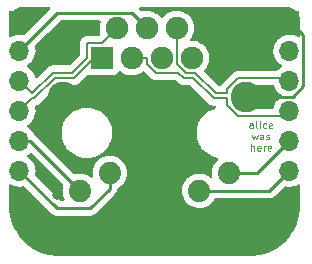
<source format=gbr>
%TF.GenerationSoftware,KiCad,Pcbnew,6.0.0*%
%TF.CreationDate,2022-01-15T20:08:09+00:00*%
%TF.ProjectId,amphenol-magjack,616d7068-656e-46f6-9c2d-6d61676a6163,rev?*%
%TF.SameCoordinates,Original*%
%TF.FileFunction,Copper,L1,Top*%
%TF.FilePolarity,Positive*%
%FSLAX46Y46*%
G04 Gerber Fmt 4.6, Leading zero omitted, Abs format (unit mm)*
G04 Created by KiCad (PCBNEW 6.0.0) date 2022-01-15 20:08:09*
%MOMM*%
%LPD*%
G01*
G04 APERTURE LIST*
%ADD10C,0.100000*%
%TA.AperFunction,NonConductor*%
%ADD11C,0.100000*%
%TD*%
%TA.AperFunction,ComponentPad*%
%ADD12R,1.700000X1.700000*%
%TD*%
%TA.AperFunction,ComponentPad*%
%ADD13O,1.700000X1.700000*%
%TD*%
%TA.AperFunction,ComponentPad*%
%ADD14C,2.600000*%
%TD*%
%TA.AperFunction,ComponentPad*%
%ADD15C,1.890000*%
%TD*%
%TA.AperFunction,ComponentPad*%
%ADD16R,1.900000X1.900000*%
%TD*%
%TA.AperFunction,ComponentPad*%
%ADD17C,1.900000*%
%TD*%
%TA.AperFunction,ViaPad*%
%ADD18C,0.800000*%
%TD*%
%TA.AperFunction,Conductor*%
%ADD19C,0.250000*%
%TD*%
%TA.AperFunction,Conductor*%
%ADD20C,0.200000*%
%TD*%
G04 APERTURE END LIST*
D10*
D11*
X184861285Y-90364428D02*
X184861285Y-90050142D01*
X184832714Y-89993000D01*
X184775571Y-89964428D01*
X184661285Y-89964428D01*
X184604142Y-89993000D01*
X184861285Y-90335857D02*
X184804142Y-90364428D01*
X184661285Y-90364428D01*
X184604142Y-90335857D01*
X184575571Y-90278714D01*
X184575571Y-90221571D01*
X184604142Y-90164428D01*
X184661285Y-90135857D01*
X184804142Y-90135857D01*
X184861285Y-90107285D01*
X185232714Y-90364428D02*
X185175571Y-90335857D01*
X185147000Y-90278714D01*
X185147000Y-89764428D01*
X185461285Y-90364428D02*
X185461285Y-89964428D01*
X185461285Y-89764428D02*
X185432714Y-89793000D01*
X185461285Y-89821571D01*
X185489857Y-89793000D01*
X185461285Y-89764428D01*
X185461285Y-89821571D01*
X186004142Y-90335857D02*
X185947000Y-90364428D01*
X185832714Y-90364428D01*
X185775571Y-90335857D01*
X185747000Y-90307285D01*
X185718428Y-90250142D01*
X185718428Y-90078714D01*
X185747000Y-90021571D01*
X185775571Y-89993000D01*
X185832714Y-89964428D01*
X185947000Y-89964428D01*
X186004142Y-89993000D01*
X186489857Y-90335857D02*
X186432714Y-90364428D01*
X186318428Y-90364428D01*
X186261285Y-90335857D01*
X186232714Y-90278714D01*
X186232714Y-90050142D01*
X186261285Y-89993000D01*
X186318428Y-89964428D01*
X186432714Y-89964428D01*
X186489857Y-89993000D01*
X186518428Y-90050142D01*
X186518428Y-90107285D01*
X186232714Y-90164428D01*
X184804142Y-90930428D02*
X184918428Y-91330428D01*
X185032714Y-91044714D01*
X185147000Y-91330428D01*
X185261285Y-90930428D01*
X185747000Y-91330428D02*
X185747000Y-91016142D01*
X185718428Y-90959000D01*
X185661285Y-90930428D01*
X185547000Y-90930428D01*
X185489857Y-90959000D01*
X185747000Y-91301857D02*
X185689857Y-91330428D01*
X185547000Y-91330428D01*
X185489857Y-91301857D01*
X185461285Y-91244714D01*
X185461285Y-91187571D01*
X185489857Y-91130428D01*
X185547000Y-91101857D01*
X185689857Y-91101857D01*
X185747000Y-91073285D01*
X186004142Y-91301857D02*
X186061285Y-91330428D01*
X186175571Y-91330428D01*
X186232714Y-91301857D01*
X186261285Y-91244714D01*
X186261285Y-91216142D01*
X186232714Y-91159000D01*
X186175571Y-91130428D01*
X186089857Y-91130428D01*
X186032714Y-91101857D01*
X186004142Y-91044714D01*
X186004142Y-91016142D01*
X186032714Y-90959000D01*
X186089857Y-90930428D01*
X186175571Y-90930428D01*
X186232714Y-90959000D01*
X184718428Y-92296428D02*
X184718428Y-91696428D01*
X184975571Y-92296428D02*
X184975571Y-91982142D01*
X184947000Y-91925000D01*
X184889857Y-91896428D01*
X184804142Y-91896428D01*
X184747000Y-91925000D01*
X184718428Y-91953571D01*
X185489857Y-92267857D02*
X185432714Y-92296428D01*
X185318428Y-92296428D01*
X185261285Y-92267857D01*
X185232714Y-92210714D01*
X185232714Y-91982142D01*
X185261285Y-91925000D01*
X185318428Y-91896428D01*
X185432714Y-91896428D01*
X185489857Y-91925000D01*
X185518428Y-91982142D01*
X185518428Y-92039285D01*
X185232714Y-92096428D01*
X185775571Y-92296428D02*
X185775571Y-91896428D01*
X185775571Y-92010714D02*
X185804142Y-91953571D01*
X185832714Y-91925000D01*
X185889857Y-91896428D01*
X185947000Y-91896428D01*
X186375571Y-92267857D02*
X186318428Y-92296428D01*
X186204142Y-92296428D01*
X186147000Y-92267857D01*
X186118428Y-92210714D01*
X186118428Y-91982142D01*
X186147000Y-91925000D01*
X186204142Y-91896428D01*
X186318428Y-91896428D01*
X186375571Y-91925000D01*
X186404142Y-91982142D01*
X186404142Y-92039285D01*
X186118428Y-92096428D01*
D12*
%TO.P,J1,1,Pin_1*%
%TO.N,GND*%
X165100000Y-81280000D03*
D13*
%TO.P,J1,2,Pin_2*%
%TO.N,/tct*%
X165100000Y-83820000D03*
%TO.P,J1,3,Pin_3*%
%TO.N,/td-*%
X165100000Y-86360000D03*
%TO.P,J1,4,Pin_4*%
%TO.N,/td+*%
X165100000Y-88900000D03*
%TO.P,J1,5,Pin_5*%
%TO.N,/ledg_a*%
X165100000Y-91440000D03*
%TO.P,J1,6,Pin_6*%
%TO.N,/ledg_k*%
X165100000Y-93980000D03*
%TD*%
D12*
%TO.P,J2,1,Pin_1*%
%TO.N,GND*%
X187960000Y-81280000D03*
D13*
%TO.P,J2,2,Pin_2*%
%TO.N,/rct*%
X187960000Y-83820000D03*
%TO.P,J2,3,Pin_3*%
%TO.N,/rd-*%
X187960000Y-86360000D03*
%TO.P,J2,4,Pin_4*%
%TO.N,/rd+*%
X187960000Y-88900000D03*
%TO.P,J2,5,Pin_5*%
%TO.N,/ledy_a*%
X187960000Y-91440000D03*
%TO.P,J2,6,Pin_6*%
%TO.N,/ledy_k*%
X187960000Y-93980000D03*
%TD*%
D14*
%TO.P,J3,13,SHIELD*%
%TO.N,GND*%
X184305000Y-87725000D03*
X168755000Y-87725000D03*
D15*
%TO.P,J3,L1,LEDY_A*%
%TO.N,/ledy_a*%
X182855000Y-94155000D03*
%TO.P,J3,L2,LEDY_K*%
%TO.N,/ledy_k*%
X180315000Y-95675000D03*
%TO.P,J3,L3,LEDG_K*%
%TO.N,/ledg_k*%
X172745000Y-94155000D03*
%TO.P,J3,L4,LEDG_A*%
%TO.N,/ledg_a*%
X170205000Y-95675000D03*
D16*
%TO.P,J3,R1,TD+*%
%TO.N,/td+*%
X172085000Y-84435000D03*
D17*
%TO.P,J3,R2,TD-*%
%TO.N,/td-*%
X173355000Y-81895000D03*
%TO.P,J3,R3,RD+*%
%TO.N,/rd+*%
X174625000Y-84435000D03*
%TO.P,J3,R4,TCT*%
%TO.N,/tct*%
X175895000Y-81895000D03*
%TO.P,J3,R5,RCT*%
%TO.N,/rct*%
X177165000Y-84435000D03*
%TO.P,J3,R6,RD-*%
%TO.N,/rd-*%
X178435000Y-81895000D03*
%TO.P,J3,R7,NC*%
%TO.N,unconnected-(J3-PadR7)*%
X179705000Y-84435000D03*
%TO.P,J3,R8,GND*%
%TO.N,GND*%
X180975000Y-81895000D03*
%TD*%
D18*
%TO.N,GND*%
X168275000Y-96012000D03*
X170180000Y-82296000D03*
%TD*%
D19*
%TO.N,GND*%
X187345000Y-81895000D02*
X187960000Y-81280000D01*
X184305000Y-87725000D02*
X188256010Y-87725000D01*
X188256010Y-87725000D02*
X189134511Y-86846499D01*
X189134511Y-82454511D02*
X187960000Y-81280000D01*
X180975000Y-81895000D02*
X187345000Y-81895000D01*
X189134511Y-86846499D02*
X189134511Y-82454511D01*
%TO.N,/tct*%
X165100000Y-83820000D02*
X168299511Y-80620489D01*
X168299511Y-80620489D02*
X174620489Y-80620489D01*
X174620489Y-80620489D02*
X175895000Y-81895000D01*
D20*
%TO.N,/td-*%
X169574502Y-85675498D02*
X170835489Y-84414511D01*
X166176567Y-87404999D02*
X167906068Y-85675498D01*
X165100000Y-86360000D02*
X166144999Y-87404999D01*
X170835489Y-83185489D02*
X172064511Y-83185489D01*
X167906068Y-85675498D02*
X169574502Y-85675498D01*
X172064511Y-83185489D02*
X173355000Y-81895000D01*
X166144999Y-87404999D02*
X166176567Y-87404999D01*
X170835489Y-84414511D02*
X170835489Y-83185489D01*
%TO.N,/td+*%
X171451397Y-84435000D02*
X172085000Y-84435000D01*
X166144999Y-87855001D02*
X166362948Y-87855001D01*
X169760908Y-86125489D02*
X171451397Y-84435000D01*
X165100000Y-88900000D02*
X166144999Y-87855001D01*
X168092460Y-86125489D02*
X169760908Y-86125489D01*
X166362948Y-87855001D02*
X168092460Y-86125489D01*
D19*
%TO.N,/ledy_a*%
X185245000Y-94155000D02*
X187960000Y-91440000D01*
X182855000Y-94155000D02*
X185245000Y-94155000D01*
%TO.N,/ledy_k*%
X180315000Y-95675000D02*
X186265000Y-95675000D01*
X186265000Y-95675000D02*
X187960000Y-93980000D01*
D20*
%TO.N,/rd-*%
X178455489Y-84952565D02*
X178455489Y-84137290D01*
X178435000Y-84116801D02*
X178435000Y-81895000D01*
X182705489Y-87062460D02*
X182705489Y-87405000D01*
X187725489Y-86125489D02*
X183642460Y-86125489D01*
X183642460Y-86125489D02*
X182705489Y-87062460D01*
X182705489Y-87405000D02*
X181723199Y-87405000D01*
X180002710Y-85684511D02*
X179187435Y-85684511D01*
X187960000Y-86360000D02*
X187725489Y-86125489D01*
X179187435Y-85684511D02*
X178455489Y-84952565D01*
X178455489Y-84137290D02*
X178435000Y-84116801D01*
X181723199Y-87405000D02*
X180002710Y-85684511D01*
%TO.N,/rd+*%
X182705489Y-87855000D02*
X181536801Y-87855000D01*
X187960000Y-88900000D02*
X187535489Y-89324511D01*
X179001042Y-86134502D02*
X178551051Y-85684511D01*
X179816303Y-86134502D02*
X179001042Y-86134502D01*
X176647435Y-85684511D02*
X175915489Y-84952565D01*
X183642460Y-89324511D02*
X182705489Y-88387540D01*
X182705489Y-88387540D02*
X182705489Y-87855000D01*
X181536801Y-87855000D02*
X179816303Y-86134502D01*
X187535489Y-89324511D02*
X183642460Y-89324511D01*
X178551051Y-85684511D02*
X176647435Y-85684511D01*
X175915489Y-84952565D02*
X175915489Y-84435000D01*
X175915489Y-84435000D02*
X174625000Y-84435000D01*
D19*
%TO.N,/ledg_a*%
X170205000Y-95675000D02*
X165970000Y-91440000D01*
X165970000Y-91440000D02*
X165100000Y-91440000D01*
%TO.N,/ledg_k*%
X171081431Y-97155000D02*
X168275000Y-97155000D01*
X172745000Y-95491431D02*
X171081431Y-97155000D01*
X172745000Y-94155000D02*
X172745000Y-95491431D01*
X168275000Y-97155000D02*
X165100000Y-93980000D01*
%TD*%
%TA.AperFunction,Conductor*%
%TO.N,GND*%
G36*
X173672577Y-85543011D02*
G01*
X173692492Y-85556553D01*
X173735932Y-85592617D01*
X173785571Y-85633828D01*
X173992643Y-85754831D01*
X174216697Y-85840389D01*
X174221763Y-85841420D01*
X174221764Y-85841420D01*
X174224104Y-85841896D01*
X174451716Y-85888204D01*
X174586089Y-85893131D01*
X174686225Y-85896803D01*
X174686229Y-85896803D01*
X174691389Y-85896992D01*
X174696509Y-85896336D01*
X174696511Y-85896336D01*
X174924151Y-85867175D01*
X174924152Y-85867175D01*
X174929279Y-85866518D01*
X174934229Y-85865033D01*
X175154042Y-85799086D01*
X175154047Y-85799084D01*
X175158997Y-85797599D01*
X175374374Y-85692087D01*
X175378579Y-85689087D01*
X175378585Y-85689084D01*
X175532729Y-85579134D01*
X175599802Y-85555860D01*
X175668811Y-85572544D01*
X175694992Y-85592617D01*
X176183116Y-86080740D01*
X176193984Y-86093132D01*
X176213448Y-86118498D01*
X176219994Y-86123521D01*
X176219997Y-86123524D01*
X176245362Y-86142987D01*
X176245364Y-86142988D01*
X176340559Y-86216035D01*
X176348185Y-86219194D01*
X176348187Y-86219195D01*
X176414571Y-86246692D01*
X176488584Y-86277349D01*
X176496771Y-86278427D01*
X176496772Y-86278427D01*
X176507977Y-86279902D01*
X176539173Y-86284009D01*
X176607550Y-86293011D01*
X176607553Y-86293011D01*
X176607561Y-86293012D01*
X176639246Y-86297183D01*
X176647435Y-86298261D01*
X176679128Y-86294089D01*
X176695571Y-86293011D01*
X178246812Y-86293011D01*
X178314933Y-86313013D01*
X178335907Y-86329916D01*
X178536727Y-86530736D01*
X178547594Y-86543127D01*
X178567055Y-86568489D01*
X178598967Y-86592976D01*
X178598970Y-86592979D01*
X178645227Y-86628473D01*
X178694167Y-86666026D01*
X178842192Y-86727340D01*
X178961157Y-86743002D01*
X178961162Y-86743002D01*
X178961171Y-86743003D01*
X178992854Y-86747174D01*
X179001042Y-86748252D01*
X179032735Y-86744080D01*
X179049178Y-86743002D01*
X179512064Y-86743002D01*
X179580185Y-86763004D01*
X179601159Y-86779907D01*
X181072486Y-88251234D01*
X181083353Y-88263625D01*
X181102814Y-88288987D01*
X181109364Y-88294013D01*
X181134722Y-88313471D01*
X181134738Y-88313485D01*
X181184106Y-88351366D01*
X181229925Y-88386524D01*
X181377950Y-88447838D01*
X181386138Y-88448916D01*
X181457375Y-88458294D01*
X181536801Y-88468751D01*
X181568500Y-88464578D01*
X181584945Y-88463500D01*
X181656001Y-88463500D01*
X181724122Y-88483502D01*
X181770615Y-88537158D01*
X181780719Y-88607432D01*
X181751225Y-88672012D01*
X181691499Y-88710396D01*
X181681551Y-88712882D01*
X181674119Y-88714421D01*
X181674116Y-88714422D01*
X181669919Y-88715291D01*
X181395705Y-88812395D01*
X181137207Y-88945816D01*
X181133706Y-88948277D01*
X181133702Y-88948279D01*
X181018208Y-89029450D01*
X180899208Y-89113085D01*
X180686112Y-89311106D01*
X180683398Y-89314422D01*
X180683395Y-89314425D01*
X180608071Y-89406453D01*
X180501861Y-89536216D01*
X180349867Y-89784248D01*
X180348148Y-89788165D01*
X180348146Y-89788168D01*
X180339397Y-89808100D01*
X180232941Y-90050614D01*
X180231765Y-90054742D01*
X180231764Y-90054745D01*
X180220150Y-90095516D01*
X180153246Y-90330384D01*
X180152642Y-90334626D01*
X180152641Y-90334632D01*
X180114240Y-90604457D01*
X180112258Y-90618381D01*
X180110735Y-90909277D01*
X180148705Y-91197687D01*
X180225465Y-91478276D01*
X180339596Y-91745852D01*
X180488985Y-91995462D01*
X180491669Y-91998813D01*
X180491671Y-91998815D01*
X180506322Y-92017102D01*
X180670867Y-92222489D01*
X180881878Y-92422731D01*
X181118113Y-92592483D01*
X181375200Y-92728603D01*
X181379223Y-92730075D01*
X181379227Y-92730077D01*
X181643228Y-92826688D01*
X181648382Y-92828574D01*
X181812675Y-92864395D01*
X181874970Y-92898450D01*
X181908965Y-92960778D01*
X181903867Y-93031591D01*
X181876926Y-93074553D01*
X181721547Y-93237148D01*
X181718633Y-93241420D01*
X181718632Y-93241421D01*
X181589777Y-93430315D01*
X181589774Y-93430320D01*
X181586858Y-93434595D01*
X181486226Y-93651389D01*
X181422353Y-93881708D01*
X181421804Y-93886845D01*
X181404732Y-94046590D01*
X181396954Y-94119366D01*
X181397251Y-94124518D01*
X181397251Y-94124522D01*
X181405814Y-94273022D01*
X181410713Y-94357981D01*
X181411851Y-94363029D01*
X181411851Y-94363032D01*
X181422999Y-94412497D01*
X181418463Y-94483348D01*
X181376342Y-94540500D01*
X181310008Y-94565806D01*
X181240524Y-94551233D01*
X181221990Y-94539080D01*
X181126164Y-94463401D01*
X181122111Y-94460200D01*
X181117595Y-94457707D01*
X181117592Y-94457705D01*
X180917389Y-94347187D01*
X180917385Y-94347185D01*
X180912865Y-94344690D01*
X180907996Y-94342966D01*
X180907992Y-94342964D01*
X180692438Y-94266632D01*
X180692434Y-94266631D01*
X180687563Y-94264906D01*
X180682473Y-94263999D01*
X180682468Y-94263998D01*
X180457344Y-94223898D01*
X180457338Y-94223897D01*
X180452255Y-94222992D01*
X180360937Y-94221876D01*
X180218431Y-94220135D01*
X180218429Y-94220135D01*
X180213262Y-94220072D01*
X179977000Y-94256225D01*
X179749816Y-94330480D01*
X179745228Y-94332868D01*
X179745224Y-94332870D01*
X179592262Y-94412497D01*
X179537810Y-94440843D01*
X179533677Y-94443946D01*
X179533674Y-94443948D01*
X179355646Y-94577616D01*
X179346676Y-94584351D01*
X179323756Y-94608335D01*
X179185176Y-94753351D01*
X179181547Y-94757148D01*
X179178633Y-94761420D01*
X179178632Y-94761421D01*
X179049777Y-94950315D01*
X179049774Y-94950320D01*
X179046858Y-94954595D01*
X179018175Y-95016387D01*
X178954682Y-95153173D01*
X178946226Y-95171389D01*
X178882353Y-95401708D01*
X178881804Y-95406845D01*
X178865059Y-95563532D01*
X178856954Y-95639366D01*
X178857251Y-95644518D01*
X178857251Y-95644522D01*
X178860846Y-95706869D01*
X178870713Y-95877981D01*
X178871850Y-95883027D01*
X178871851Y-95883033D01*
X178877495Y-95908075D01*
X178923259Y-96111145D01*
X178925201Y-96115927D01*
X178925202Y-96115931D01*
X179004291Y-96310702D01*
X179013181Y-96332596D01*
X179138064Y-96536387D01*
X179294554Y-96717045D01*
X179478450Y-96869718D01*
X179482902Y-96872320D01*
X179482907Y-96872323D01*
X179680353Y-96987701D01*
X179684811Y-96990306D01*
X179908097Y-97075570D01*
X179913163Y-97076601D01*
X179913164Y-97076601D01*
X179969336Y-97088029D01*
X180142310Y-97123221D01*
X180276487Y-97128141D01*
X180375997Y-97131791D01*
X180376002Y-97131791D01*
X180381161Y-97131980D01*
X180386281Y-97131324D01*
X180386283Y-97131324D01*
X180613107Y-97102267D01*
X180613108Y-97102267D01*
X180618235Y-97101610D01*
X180705031Y-97075570D01*
X180842213Y-97034413D01*
X180847166Y-97032927D01*
X181061805Y-96927777D01*
X181120570Y-96885860D01*
X181252176Y-96791987D01*
X181252181Y-96791983D01*
X181256388Y-96788982D01*
X181425689Y-96620271D01*
X181565162Y-96426173D01*
X181588638Y-96378673D01*
X181636752Y-96326466D01*
X181701595Y-96308500D01*
X186186233Y-96308500D01*
X186197416Y-96309027D01*
X186204909Y-96310702D01*
X186212835Y-96310453D01*
X186212836Y-96310453D01*
X186272986Y-96308562D01*
X186276945Y-96308500D01*
X186304856Y-96308500D01*
X186308791Y-96308003D01*
X186308856Y-96307995D01*
X186320693Y-96307062D01*
X186352951Y-96306048D01*
X186356970Y-96305922D01*
X186364889Y-96305673D01*
X186384343Y-96300021D01*
X186403700Y-96296013D01*
X186415930Y-96294468D01*
X186415931Y-96294468D01*
X186423797Y-96293474D01*
X186431168Y-96290555D01*
X186431170Y-96290555D01*
X186464912Y-96277196D01*
X186476142Y-96273351D01*
X186510983Y-96263229D01*
X186510984Y-96263229D01*
X186518593Y-96261018D01*
X186525412Y-96256985D01*
X186525417Y-96256983D01*
X186536028Y-96250707D01*
X186553776Y-96242012D01*
X186572617Y-96234552D01*
X186608387Y-96208564D01*
X186618307Y-96202048D01*
X186649535Y-96183580D01*
X186649538Y-96183578D01*
X186656362Y-96179542D01*
X186670683Y-96165221D01*
X186685717Y-96152380D01*
X186695694Y-96145131D01*
X186702107Y-96140472D01*
X186730298Y-96106395D01*
X186738288Y-96097616D01*
X187504549Y-95331355D01*
X187566861Y-95297329D01*
X187618762Y-95296979D01*
X187798597Y-95333567D01*
X187803772Y-95333757D01*
X187803774Y-95333757D01*
X188016673Y-95341564D01*
X188016677Y-95341564D01*
X188021837Y-95341753D01*
X188026957Y-95341097D01*
X188026959Y-95341097D01*
X188238288Y-95314025D01*
X188238289Y-95314025D01*
X188243416Y-95313368D01*
X188289827Y-95299444D01*
X188452429Y-95250661D01*
X188452434Y-95250659D01*
X188457384Y-95249174D01*
X188657994Y-95150896D01*
X188664590Y-95146191D01*
X188665713Y-95145801D01*
X188666648Y-95145244D01*
X188666763Y-95145437D01*
X188731664Y-95122918D01*
X188800672Y-95139603D01*
X188849705Y-95190948D01*
X188863757Y-95248638D01*
X188864209Y-95676851D01*
X188865388Y-96791987D01*
X188865451Y-96851875D01*
X188863952Y-96871385D01*
X188860317Y-96894730D01*
X188861957Y-96907270D01*
X188862919Y-96914626D01*
X188863849Y-96936784D01*
X188847352Y-97293597D01*
X188846278Y-97305186D01*
X188792785Y-97688666D01*
X188790646Y-97700106D01*
X188769038Y-97791980D01*
X188702000Y-98077007D01*
X188698815Y-98088201D01*
X188575769Y-98455317D01*
X188571565Y-98466169D01*
X188415169Y-98820373D01*
X188409981Y-98830791D01*
X188221578Y-99169039D01*
X188215452Y-99178934D01*
X187996633Y-99498370D01*
X187989619Y-99507658D01*
X187742259Y-99805543D01*
X187734418Y-99814143D01*
X187460646Y-100087915D01*
X187452046Y-100095756D01*
X187154161Y-100343116D01*
X187144873Y-100350130D01*
X186825437Y-100568949D01*
X186815542Y-100575075D01*
X186477294Y-100763478D01*
X186466876Y-100768666D01*
X186112672Y-100925062D01*
X186101820Y-100929266D01*
X185918262Y-100990789D01*
X185734695Y-101052315D01*
X185723519Y-101055495D01*
X185475305Y-101113874D01*
X185346609Y-101144143D01*
X185335169Y-101146282D01*
X184951689Y-101199775D01*
X184940100Y-101200849D01*
X184590687Y-101217003D01*
X184565488Y-101215638D01*
X184562645Y-101215195D01*
X184562643Y-101215195D01*
X184553773Y-101213814D01*
X184544871Y-101214978D01*
X184544868Y-101214978D01*
X184522252Y-101217936D01*
X184505914Y-101219000D01*
X168578328Y-101219000D01*
X168558943Y-101217500D01*
X168544142Y-101215195D01*
X168544139Y-101215195D01*
X168535270Y-101213814D01*
X168516105Y-101216320D01*
X168515374Y-101216416D01*
X168493216Y-101217346D01*
X168136403Y-101200849D01*
X168124814Y-101199775D01*
X167741334Y-101146282D01*
X167729894Y-101144143D01*
X167601198Y-101113874D01*
X167352984Y-101055495D01*
X167341808Y-101052315D01*
X167158241Y-100990789D01*
X166974683Y-100929266D01*
X166963831Y-100925062D01*
X166609627Y-100768666D01*
X166599209Y-100763478D01*
X166260961Y-100575075D01*
X166251066Y-100568949D01*
X165931630Y-100350130D01*
X165922342Y-100343116D01*
X165624457Y-100095756D01*
X165615857Y-100087915D01*
X165342085Y-99814143D01*
X165334244Y-99805543D01*
X165086884Y-99507658D01*
X165079870Y-99498370D01*
X164861051Y-99178934D01*
X164854925Y-99169039D01*
X164666522Y-98830791D01*
X164661334Y-98820373D01*
X164504938Y-98466169D01*
X164500734Y-98455317D01*
X164377688Y-98088201D01*
X164374503Y-98077007D01*
X164307466Y-97791980D01*
X164285857Y-97700106D01*
X164283718Y-97688666D01*
X164230225Y-97305186D01*
X164229151Y-97293597D01*
X164212997Y-96944184D01*
X164214362Y-96918985D01*
X164214805Y-96916142D01*
X164214805Y-96916140D01*
X164216186Y-96907270D01*
X164214547Y-96894730D01*
X164212064Y-96875749D01*
X164211000Y-96859411D01*
X164211000Y-95253596D01*
X164231002Y-95185475D01*
X164284658Y-95138982D01*
X164354932Y-95128878D01*
X164400569Y-95144808D01*
X164511000Y-95209338D01*
X164719692Y-95289030D01*
X164724760Y-95290061D01*
X164724763Y-95290062D01*
X164832012Y-95311882D01*
X164938597Y-95333567D01*
X164943772Y-95333757D01*
X164943774Y-95333757D01*
X165156673Y-95341564D01*
X165156677Y-95341564D01*
X165161837Y-95341753D01*
X165166957Y-95341097D01*
X165166959Y-95341097D01*
X165378288Y-95314025D01*
X165378289Y-95314025D01*
X165383416Y-95313368D01*
X165388367Y-95311883D01*
X165388370Y-95311882D01*
X165429829Y-95299444D01*
X165500825Y-95299028D01*
X165555131Y-95331035D01*
X166698301Y-96474206D01*
X167771348Y-97547253D01*
X167778888Y-97555539D01*
X167783000Y-97562018D01*
X167788777Y-97567443D01*
X167832651Y-97608643D01*
X167835493Y-97611398D01*
X167855230Y-97631135D01*
X167858427Y-97633615D01*
X167867447Y-97641318D01*
X167899679Y-97671586D01*
X167906625Y-97675405D01*
X167906628Y-97675407D01*
X167917434Y-97681348D01*
X167933953Y-97692199D01*
X167949959Y-97704614D01*
X167957228Y-97707759D01*
X167957232Y-97707762D01*
X167990537Y-97722174D01*
X168001187Y-97727391D01*
X168039940Y-97748695D01*
X168047615Y-97750666D01*
X168047616Y-97750666D01*
X168059562Y-97753733D01*
X168078267Y-97760137D01*
X168096855Y-97768181D01*
X168104678Y-97769420D01*
X168104688Y-97769423D01*
X168140524Y-97775099D01*
X168152144Y-97777505D01*
X168183959Y-97785673D01*
X168194970Y-97788500D01*
X168215224Y-97788500D01*
X168234934Y-97790051D01*
X168254943Y-97793220D01*
X168262835Y-97792474D01*
X168281580Y-97790702D01*
X168298962Y-97789059D01*
X168310819Y-97788500D01*
X171002664Y-97788500D01*
X171013847Y-97789027D01*
X171021340Y-97790702D01*
X171029266Y-97790453D01*
X171029267Y-97790453D01*
X171089417Y-97788562D01*
X171093376Y-97788500D01*
X171121287Y-97788500D01*
X171125222Y-97788003D01*
X171125287Y-97787995D01*
X171137124Y-97787062D01*
X171169382Y-97786048D01*
X171173401Y-97785922D01*
X171181320Y-97785673D01*
X171200774Y-97780021D01*
X171220131Y-97776013D01*
X171232361Y-97774468D01*
X171232362Y-97774468D01*
X171240228Y-97773474D01*
X171247599Y-97770555D01*
X171247601Y-97770555D01*
X171281343Y-97757196D01*
X171292573Y-97753351D01*
X171327414Y-97743229D01*
X171327415Y-97743229D01*
X171335024Y-97741018D01*
X171341843Y-97736985D01*
X171341848Y-97736983D01*
X171352459Y-97730707D01*
X171370207Y-97722012D01*
X171389048Y-97714552D01*
X171424818Y-97688564D01*
X171434738Y-97682048D01*
X171465966Y-97663580D01*
X171465969Y-97663578D01*
X171472793Y-97659542D01*
X171487114Y-97645221D01*
X171502148Y-97632380D01*
X171512125Y-97625131D01*
X171518538Y-97620472D01*
X171546729Y-97586395D01*
X171554719Y-97577616D01*
X173137253Y-95995083D01*
X173145539Y-95987543D01*
X173152018Y-95983431D01*
X173198644Y-95933779D01*
X173201398Y-95930938D01*
X173221135Y-95911201D01*
X173223615Y-95908004D01*
X173231320Y-95898982D01*
X173256159Y-95872531D01*
X173261586Y-95866752D01*
X173265405Y-95859806D01*
X173265407Y-95859803D01*
X173271348Y-95848997D01*
X173282199Y-95832478D01*
X173289758Y-95822732D01*
X173294614Y-95816472D01*
X173297759Y-95809203D01*
X173297762Y-95809199D01*
X173312174Y-95775894D01*
X173317391Y-95765244D01*
X173338695Y-95726491D01*
X173343733Y-95706868D01*
X173350137Y-95688165D01*
X173355033Y-95676851D01*
X173355033Y-95676850D01*
X173358181Y-95669576D01*
X173359420Y-95661753D01*
X173359423Y-95661743D01*
X173365099Y-95625907D01*
X173367505Y-95614287D01*
X173376528Y-95579142D01*
X173376528Y-95579141D01*
X173378500Y-95571461D01*
X173378500Y-95551207D01*
X173380051Y-95531496D01*
X173381655Y-95521369D01*
X173412068Y-95457216D01*
X173450671Y-95427929D01*
X173487162Y-95410052D01*
X173487166Y-95410050D01*
X173491805Y-95407777D01*
X173562073Y-95357655D01*
X173682176Y-95271987D01*
X173682181Y-95271983D01*
X173686388Y-95268982D01*
X173855689Y-95100271D01*
X173912527Y-95021173D01*
X173992144Y-94910373D01*
X173995162Y-94906173D01*
X174018134Y-94859694D01*
X174068815Y-94757148D01*
X174101061Y-94691903D01*
X174131674Y-94591145D01*
X174169039Y-94468165D01*
X174169040Y-94468159D01*
X174170543Y-94463213D01*
X174196423Y-94266632D01*
X174201303Y-94229567D01*
X174201303Y-94229563D01*
X174201740Y-94226246D01*
X174202998Y-94174767D01*
X174203399Y-94158365D01*
X174203399Y-94158361D01*
X174203481Y-94155000D01*
X174183897Y-93916792D01*
X174145147Y-93762522D01*
X174126928Y-93689989D01*
X174126927Y-93689985D01*
X174125670Y-93684982D01*
X174030364Y-93465794D01*
X174010181Y-93434595D01*
X173903349Y-93269459D01*
X173900539Y-93265115D01*
X173739682Y-93088335D01*
X173735631Y-93085136D01*
X173735627Y-93085132D01*
X173556165Y-92943401D01*
X173556160Y-92943397D01*
X173552111Y-92940200D01*
X173547595Y-92937707D01*
X173547592Y-92937705D01*
X173347389Y-92827187D01*
X173347385Y-92827185D01*
X173342865Y-92824690D01*
X173337996Y-92822966D01*
X173337992Y-92822964D01*
X173122438Y-92746632D01*
X173122434Y-92746631D01*
X173117563Y-92744906D01*
X173112473Y-92743999D01*
X173112468Y-92743998D01*
X172887344Y-92703898D01*
X172887338Y-92703897D01*
X172882255Y-92702992D01*
X172790937Y-92701876D01*
X172648431Y-92700135D01*
X172648429Y-92700135D01*
X172643262Y-92700072D01*
X172407000Y-92736225D01*
X172179816Y-92810480D01*
X172175228Y-92812868D01*
X172175224Y-92812870D01*
X171972399Y-92918454D01*
X171967810Y-92920843D01*
X171963677Y-92923946D01*
X171963674Y-92923948D01*
X171846126Y-93012206D01*
X171776676Y-93064351D01*
X171611547Y-93237148D01*
X171608633Y-93241420D01*
X171608632Y-93241421D01*
X171479777Y-93430315D01*
X171479774Y-93430320D01*
X171476858Y-93434595D01*
X171376226Y-93651389D01*
X171312353Y-93881708D01*
X171311804Y-93886845D01*
X171294732Y-94046590D01*
X171286954Y-94119366D01*
X171287251Y-94124518D01*
X171287251Y-94124522D01*
X171295814Y-94273022D01*
X171300713Y-94357981D01*
X171301851Y-94363029D01*
X171301851Y-94363032D01*
X171312999Y-94412497D01*
X171308463Y-94483348D01*
X171266342Y-94540500D01*
X171200008Y-94565806D01*
X171130524Y-94551233D01*
X171111990Y-94539080D01*
X171016164Y-94463401D01*
X171012111Y-94460200D01*
X171007595Y-94457707D01*
X171007592Y-94457705D01*
X170807389Y-94347187D01*
X170807385Y-94347185D01*
X170802865Y-94344690D01*
X170797996Y-94342966D01*
X170797992Y-94342964D01*
X170582438Y-94266632D01*
X170582434Y-94266631D01*
X170577563Y-94264906D01*
X170572473Y-94263999D01*
X170572468Y-94263998D01*
X170347344Y-94223898D01*
X170347338Y-94223897D01*
X170342255Y-94222992D01*
X170250937Y-94221876D01*
X170108431Y-94220135D01*
X170108429Y-94220135D01*
X170103262Y-94220072D01*
X169867000Y-94256225D01*
X169810071Y-94274832D01*
X169801205Y-94277730D01*
X169730241Y-94279881D01*
X169672965Y-94247060D01*
X166473652Y-91047747D01*
X166466112Y-91039461D01*
X166462000Y-91032982D01*
X166412348Y-90986356D01*
X166409507Y-90983602D01*
X166389770Y-90963865D01*
X166386644Y-90961440D01*
X166386139Y-90960995D01*
X166353918Y-90916727D01*
X166350679Y-90909277D01*
X168680735Y-90909277D01*
X168718705Y-91197687D01*
X168795465Y-91478276D01*
X168909596Y-91745852D01*
X169058985Y-91995462D01*
X169061669Y-91998813D01*
X169061671Y-91998815D01*
X169076322Y-92017102D01*
X169240867Y-92222489D01*
X169451878Y-92422731D01*
X169688113Y-92592483D01*
X169945200Y-92728603D01*
X169949223Y-92730075D01*
X169949227Y-92730077D01*
X170213228Y-92826688D01*
X170218382Y-92828574D01*
X170502604Y-92890544D01*
X170531650Y-92892830D01*
X170728297Y-92908307D01*
X170728304Y-92908307D01*
X170730753Y-92908500D01*
X170888121Y-92908500D01*
X170890257Y-92908354D01*
X170890268Y-92908354D01*
X171100949Y-92893991D01*
X171100955Y-92893990D01*
X171105226Y-92893699D01*
X171109421Y-92892830D01*
X171109423Y-92892830D01*
X171326866Y-92847800D01*
X171390081Y-92834709D01*
X171664295Y-92737605D01*
X171828541Y-92652831D01*
X171918986Y-92606149D01*
X171918987Y-92606149D01*
X171922793Y-92604184D01*
X171926294Y-92601723D01*
X171926298Y-92601721D01*
X172116998Y-92467694D01*
X172160792Y-92436915D01*
X172240618Y-92362736D01*
X172370745Y-92241815D01*
X172370748Y-92241812D01*
X172373888Y-92238894D01*
X172384895Y-92225447D01*
X172555423Y-92017102D01*
X172558139Y-92013784D01*
X172710133Y-91765752D01*
X172718869Y-91745852D01*
X172825334Y-91503315D01*
X172827059Y-91499386D01*
X172833073Y-91478276D01*
X172852782Y-91409087D01*
X172906754Y-91219616D01*
X172909286Y-91201829D01*
X172947137Y-90935870D01*
X172947742Y-90931619D01*
X172949265Y-90640723D01*
X172944994Y-90608277D01*
X172911855Y-90356569D01*
X172911295Y-90352313D01*
X172897560Y-90302104D01*
X172845455Y-90111641D01*
X172834535Y-90071724D01*
X172720404Y-89804148D01*
X172571015Y-89554538D01*
X172556337Y-89536216D01*
X172391823Y-89330869D01*
X172389133Y-89327511D01*
X172178122Y-89127269D01*
X171941887Y-88957517D01*
X171684800Y-88821397D01*
X171680777Y-88819925D01*
X171680773Y-88819923D01*
X171415649Y-88722901D01*
X171415647Y-88722900D01*
X171411618Y-88721426D01*
X171127396Y-88659456D01*
X171083598Y-88656009D01*
X170901703Y-88641693D01*
X170901696Y-88641693D01*
X170899247Y-88641500D01*
X170741879Y-88641500D01*
X170739743Y-88641646D01*
X170739732Y-88641646D01*
X170529051Y-88656009D01*
X170529045Y-88656010D01*
X170524774Y-88656301D01*
X170520579Y-88657170D01*
X170520577Y-88657170D01*
X170398156Y-88682522D01*
X170239919Y-88715291D01*
X169965705Y-88812395D01*
X169707207Y-88945816D01*
X169703706Y-88948277D01*
X169703702Y-88948279D01*
X169588208Y-89029450D01*
X169469208Y-89113085D01*
X169256112Y-89311106D01*
X169253398Y-89314422D01*
X169253395Y-89314425D01*
X169178071Y-89406453D01*
X169071861Y-89536216D01*
X168919867Y-89784248D01*
X168918148Y-89788165D01*
X168918146Y-89788168D01*
X168909397Y-89808100D01*
X168802941Y-90050614D01*
X168801765Y-90054742D01*
X168801764Y-90054745D01*
X168790150Y-90095516D01*
X168723246Y-90330384D01*
X168722642Y-90334626D01*
X168722641Y-90334632D01*
X168684240Y-90604457D01*
X168682258Y-90618381D01*
X168680735Y-90909277D01*
X166350679Y-90909277D01*
X166303419Y-90800590D01*
X166301354Y-90795840D01*
X166203777Y-90645009D01*
X166182822Y-90612617D01*
X166182820Y-90612614D01*
X166180014Y-90608277D01*
X166029670Y-90443051D01*
X166025619Y-90439852D01*
X166025615Y-90439848D01*
X165858414Y-90307800D01*
X165858410Y-90307798D01*
X165854359Y-90304598D01*
X165813053Y-90281796D01*
X165763084Y-90231364D01*
X165748312Y-90161921D01*
X165773428Y-90095516D01*
X165800780Y-90068909D01*
X165874070Y-90016632D01*
X165979860Y-89941173D01*
X166138096Y-89783489D01*
X166268453Y-89602077D01*
X166299198Y-89539870D01*
X166365136Y-89406453D01*
X166365137Y-89406451D01*
X166367430Y-89401811D01*
X166432370Y-89188069D01*
X166461529Y-88966590D01*
X166461800Y-88955513D01*
X166463074Y-88903365D01*
X166463074Y-88903361D01*
X166463156Y-88900000D01*
X166444852Y-88677361D01*
X166425642Y-88600883D01*
X166428446Y-88529943D01*
X166469159Y-88471779D01*
X166514643Y-88448781D01*
X166521799Y-88447839D01*
X166669824Y-88386525D01*
X166676380Y-88381495D01*
X166765020Y-88313478D01*
X166765021Y-88313479D01*
X166765025Y-88313473D01*
X166796935Y-88288988D01*
X166801965Y-88282433D01*
X166816400Y-88263622D01*
X166827267Y-88251231D01*
X168307604Y-86770894D01*
X168369916Y-86736868D01*
X168396699Y-86733989D01*
X169712772Y-86733989D01*
X169729215Y-86735067D01*
X169760908Y-86739239D01*
X169769097Y-86738161D01*
X169800782Y-86733990D01*
X169800792Y-86733989D01*
X169800793Y-86733989D01*
X169900365Y-86720880D01*
X169911572Y-86719405D01*
X169911574Y-86719404D01*
X169919759Y-86718327D01*
X170067784Y-86657013D01*
X170096445Y-86635021D01*
X170162980Y-86583966D01*
X170162983Y-86583963D01*
X170188345Y-86564502D01*
X170194895Y-86559476D01*
X170214366Y-86534102D01*
X170225224Y-86521722D01*
X170847686Y-85899260D01*
X170909998Y-85865234D01*
X170981010Y-85870373D01*
X171017282Y-85883971D01*
X171017289Y-85883973D01*
X171024684Y-85886745D01*
X171086866Y-85893500D01*
X173083134Y-85893500D01*
X173145316Y-85886745D01*
X173281705Y-85835615D01*
X173398261Y-85748261D01*
X173485615Y-85631705D01*
X173494026Y-85609270D01*
X173536666Y-85552505D01*
X173603228Y-85527804D01*
X173672577Y-85543011D01*
G37*
%TD.AperFunction*%
%TA.AperFunction,Conductor*%
G36*
X166108137Y-92480149D02*
G01*
X166134319Y-92500223D01*
X168777593Y-95143497D01*
X168811619Y-95205809D01*
X168809915Y-95266264D01*
X168791198Y-95333757D01*
X168772353Y-95401708D01*
X168771804Y-95406845D01*
X168755059Y-95563532D01*
X168746954Y-95639366D01*
X168747251Y-95644518D01*
X168747251Y-95644522D01*
X168750846Y-95706869D01*
X168760713Y-95877981D01*
X168761850Y-95883027D01*
X168761851Y-95883033D01*
X168767495Y-95908075D01*
X168813259Y-96111145D01*
X168815201Y-96115927D01*
X168815202Y-96115931D01*
X168869929Y-96250707D01*
X168903181Y-96332596D01*
X168905880Y-96337000D01*
X168906735Y-96338693D01*
X168919593Y-96408515D01*
X168892661Y-96474206D01*
X168834490Y-96514907D01*
X168794267Y-96521500D01*
X168589594Y-96521500D01*
X168521473Y-96501498D01*
X168500499Y-96484595D01*
X166451218Y-94435313D01*
X166417192Y-94373001D01*
X166419755Y-94309589D01*
X166430865Y-94273022D01*
X166432370Y-94268069D01*
X166461529Y-94046590D01*
X166463156Y-93980000D01*
X166444852Y-93757361D01*
X166390431Y-93540702D01*
X166301354Y-93335840D01*
X166180014Y-93148277D01*
X166029670Y-92983051D01*
X166025619Y-92979852D01*
X166025615Y-92979848D01*
X165858414Y-92847800D01*
X165858410Y-92847798D01*
X165854359Y-92844598D01*
X165813053Y-92821796D01*
X165763084Y-92771364D01*
X165748312Y-92701921D01*
X165773428Y-92635516D01*
X165800777Y-92608911D01*
X165972058Y-92486738D01*
X166039129Y-92463466D01*
X166108137Y-92480149D01*
G37*
%TD.AperFunction*%
%TA.AperFunction,Conductor*%
G36*
X186628851Y-86753991D02*
G01*
X186677472Y-86812584D01*
X186743266Y-86974616D01*
X186859987Y-87165088D01*
X187006250Y-87333938D01*
X187178126Y-87476632D01*
X187248595Y-87517811D01*
X187251445Y-87519476D01*
X187300169Y-87571114D01*
X187313240Y-87640897D01*
X187286509Y-87706669D01*
X187246055Y-87740027D01*
X187233607Y-87746507D01*
X187229474Y-87749610D01*
X187229471Y-87749612D01*
X187059100Y-87877530D01*
X187054965Y-87880635D01*
X186900629Y-88042138D01*
X186897715Y-88046410D01*
X186897714Y-88046411D01*
X186854279Y-88110084D01*
X186774743Y-88226680D01*
X186748862Y-88282437D01*
X186702880Y-88381497D01*
X186680688Y-88429305D01*
X186631289Y-88607432D01*
X186626782Y-88623683D01*
X186589303Y-88683981D01*
X186525174Y-88714444D01*
X186505365Y-88716011D01*
X183946699Y-88716011D01*
X183878578Y-88696009D01*
X183857604Y-88679106D01*
X183350894Y-88172396D01*
X183316868Y-88110084D01*
X183313989Y-88083301D01*
X183313989Y-87903143D01*
X183315067Y-87886697D01*
X183318162Y-87863188D01*
X183319240Y-87855000D01*
X183298327Y-87696150D01*
X183290900Y-87678219D01*
X183283310Y-87607630D01*
X183290900Y-87581780D01*
X183295167Y-87571480D01*
X183295168Y-87571477D01*
X183298327Y-87563850D01*
X183319240Y-87405000D01*
X183316212Y-87382000D01*
X183327151Y-87311852D01*
X183352039Y-87276459D01*
X183857604Y-86770894D01*
X183919916Y-86736868D01*
X183946699Y-86733989D01*
X186560730Y-86733989D01*
X186628851Y-86753991D01*
G37*
%TD.AperFunction*%
%TA.AperFunction,Conductor*%
G36*
X187676057Y-80138500D02*
G01*
X187690858Y-80140805D01*
X187690861Y-80140805D01*
X187699730Y-80142186D01*
X187712378Y-80140532D01*
X187739692Y-80139948D01*
X187834695Y-80148259D01*
X187893502Y-80153405D01*
X187915130Y-80157219D01*
X188086282Y-80203080D01*
X188106920Y-80210591D01*
X188267510Y-80285475D01*
X188286530Y-80296457D01*
X188431679Y-80398091D01*
X188448504Y-80412209D01*
X188573791Y-80537496D01*
X188587909Y-80554321D01*
X188689543Y-80699470D01*
X188700525Y-80718490D01*
X188775409Y-80879080D01*
X188782920Y-80899718D01*
X188828781Y-81070870D01*
X188832596Y-81092501D01*
X188845449Y-81239419D01*
X188844896Y-81255879D01*
X188845305Y-81255884D01*
X188845196Y-81264856D01*
X188843814Y-81273730D01*
X188847981Y-81305591D01*
X188849044Y-81321783D01*
X188850292Y-82503795D01*
X188850337Y-82546050D01*
X188830407Y-82614192D01*
X188776800Y-82660741D01*
X188706537Y-82670919D01*
X188663443Y-82656491D01*
X188523320Y-82579139D01*
X188523318Y-82579138D01*
X188518789Y-82576638D01*
X188513920Y-82574914D01*
X188513916Y-82574912D01*
X188313087Y-82503795D01*
X188313083Y-82503794D01*
X188308212Y-82502069D01*
X188303119Y-82501162D01*
X188303116Y-82501161D01*
X188093373Y-82463800D01*
X188093367Y-82463799D01*
X188088284Y-82462894D01*
X188014452Y-82461992D01*
X187870081Y-82460228D01*
X187870079Y-82460228D01*
X187864911Y-82460165D01*
X187644091Y-82493955D01*
X187431756Y-82563357D01*
X187405569Y-82576989D01*
X187252848Y-82656491D01*
X187233607Y-82666507D01*
X187229474Y-82669610D01*
X187229471Y-82669612D01*
X187059100Y-82797530D01*
X187054965Y-82800635D01*
X187051393Y-82804373D01*
X186921183Y-82940630D01*
X186900629Y-82962138D01*
X186774743Y-83146680D01*
X186738215Y-83225374D01*
X186684730Y-83340598D01*
X186680688Y-83349305D01*
X186620989Y-83564570D01*
X186597251Y-83786695D01*
X186597548Y-83791848D01*
X186597548Y-83791851D01*
X186603011Y-83886590D01*
X186610110Y-84009715D01*
X186611247Y-84014761D01*
X186611248Y-84014767D01*
X186631119Y-84102939D01*
X186659222Y-84227639D01*
X186743266Y-84434616D01*
X186859987Y-84625088D01*
X187006250Y-84793938D01*
X187178126Y-84936632D01*
X187241646Y-84973750D01*
X187251445Y-84979476D01*
X187300169Y-85031114D01*
X187313240Y-85100897D01*
X187286509Y-85166669D01*
X187246055Y-85200027D01*
X187233607Y-85206507D01*
X187229474Y-85209610D01*
X187229471Y-85209612D01*
X187059100Y-85337530D01*
X187054965Y-85340635D01*
X186976425Y-85422823D01*
X186923658Y-85478040D01*
X186862134Y-85513470D01*
X186832564Y-85516989D01*
X183690596Y-85516989D01*
X183674153Y-85515911D01*
X183642460Y-85511739D01*
X183634271Y-85512817D01*
X183602586Y-85516988D01*
X183602577Y-85516989D01*
X183602575Y-85516989D01*
X183602569Y-85516990D01*
X183602567Y-85516990D01*
X183503003Y-85530098D01*
X183491796Y-85531573D01*
X183491794Y-85531574D01*
X183483609Y-85532651D01*
X183335584Y-85593965D01*
X183329033Y-85598992D01*
X183329031Y-85598993D01*
X183277036Y-85638891D01*
X183240388Y-85667012D01*
X183240385Y-85667015D01*
X183208473Y-85691502D01*
X183203443Y-85698057D01*
X183189008Y-85716868D01*
X183178141Y-85729259D01*
X182309255Y-86598145D01*
X182296864Y-86609012D01*
X182271502Y-86628473D01*
X182247015Y-86660385D01*
X182247012Y-86660388D01*
X182247006Y-86660396D01*
X182180395Y-86747204D01*
X182123057Y-86789072D01*
X182080433Y-86796500D01*
X182027438Y-86796500D01*
X181959317Y-86776498D01*
X181938343Y-86759595D01*
X180779917Y-85601169D01*
X180745891Y-85538857D01*
X180750956Y-85468042D01*
X180780071Y-85422825D01*
X180819511Y-85383523D01*
X180822522Y-85379333D01*
X180822526Y-85379328D01*
X180956445Y-85192958D01*
X180959463Y-85188758D01*
X180977945Y-85151364D01*
X181063433Y-84978392D01*
X181063434Y-84978390D01*
X181065727Y-84973750D01*
X181135447Y-84744274D01*
X181166752Y-84506492D01*
X181168499Y-84435000D01*
X181151844Y-84232425D01*
X181149271Y-84201124D01*
X181149270Y-84201118D01*
X181148847Y-84195973D01*
X181119634Y-84079669D01*
X181091679Y-83968375D01*
X181091678Y-83968371D01*
X181090420Y-83963364D01*
X181088364Y-83958634D01*
X181088361Y-83958627D01*
X180996847Y-83748159D01*
X180996845Y-83748156D01*
X180994787Y-83743422D01*
X180906591Y-83607091D01*
X180867325Y-83546396D01*
X180867323Y-83546393D01*
X180864515Y-83542053D01*
X180829184Y-83503224D01*
X180706582Y-83368487D01*
X180706580Y-83368486D01*
X180703104Y-83364665D01*
X180699053Y-83361466D01*
X180699049Y-83361462D01*
X180518946Y-83219226D01*
X180514888Y-83216021D01*
X180304922Y-83100113D01*
X180097438Y-83026639D01*
X180083720Y-83021781D01*
X180083716Y-83021780D01*
X180078845Y-83020055D01*
X180073752Y-83019148D01*
X180073749Y-83019147D01*
X179847816Y-82978902D01*
X179847810Y-82978901D01*
X179842727Y-82977996D01*
X179813724Y-82977642D01*
X179698301Y-82976231D01*
X179630430Y-82955398D01*
X179584596Y-82901178D01*
X179575352Y-82830786D01*
X179597518Y-82776714D01*
X179686445Y-82652958D01*
X179689463Y-82648758D01*
X179705884Y-82615534D01*
X179793433Y-82438392D01*
X179793434Y-82438390D01*
X179795727Y-82433750D01*
X179865447Y-82204274D01*
X179896752Y-81966492D01*
X179898499Y-81895000D01*
X179892001Y-81815970D01*
X179879271Y-81661124D01*
X179879270Y-81661118D01*
X179878847Y-81655973D01*
X179820420Y-81423364D01*
X179818364Y-81418634D01*
X179818361Y-81418627D01*
X179726847Y-81208159D01*
X179726845Y-81208156D01*
X179724787Y-81203422D01*
X179636591Y-81067091D01*
X179597325Y-81006396D01*
X179597323Y-81006393D01*
X179594515Y-81002053D01*
X179572861Y-80978255D01*
X179436582Y-80828487D01*
X179436580Y-80828486D01*
X179433104Y-80824665D01*
X179429053Y-80821466D01*
X179429049Y-80821462D01*
X179286014Y-80708500D01*
X179244888Y-80676021D01*
X179034922Y-80560113D01*
X178901904Y-80513009D01*
X178813720Y-80481781D01*
X178813716Y-80481780D01*
X178808845Y-80480055D01*
X178803752Y-80479148D01*
X178803749Y-80479147D01*
X178577816Y-80438902D01*
X178577810Y-80438901D01*
X178572727Y-80437996D01*
X178485460Y-80436930D01*
X178338081Y-80435129D01*
X178338079Y-80435129D01*
X178332911Y-80435066D01*
X178095837Y-80471343D01*
X177867871Y-80545854D01*
X177655136Y-80656597D01*
X177651003Y-80659700D01*
X177651000Y-80659702D01*
X177467480Y-80797493D01*
X177463345Y-80800598D01*
X177297648Y-80973990D01*
X177270410Y-81013920D01*
X177215502Y-81058920D01*
X177144977Y-81067091D01*
X177081230Y-81035837D01*
X177060535Y-81011357D01*
X177057329Y-81006401D01*
X177057322Y-81006392D01*
X177054515Y-81002053D01*
X177032861Y-80978255D01*
X176896582Y-80828487D01*
X176896580Y-80828486D01*
X176893104Y-80824665D01*
X176889053Y-80821466D01*
X176889049Y-80821462D01*
X176746014Y-80708500D01*
X176704888Y-80676021D01*
X176494922Y-80560113D01*
X176361904Y-80513009D01*
X176273720Y-80481781D01*
X176273716Y-80481780D01*
X176268845Y-80480055D01*
X176263752Y-80479148D01*
X176263749Y-80479147D01*
X176037816Y-80438902D01*
X176037810Y-80438901D01*
X176032727Y-80437996D01*
X175945460Y-80436930D01*
X175798081Y-80435129D01*
X175798079Y-80435129D01*
X175792911Y-80435066D01*
X175555837Y-80471343D01*
X175523902Y-80481781D01*
X175487239Y-80493764D01*
X175416275Y-80495915D01*
X175358999Y-80463094D01*
X175248000Y-80352095D01*
X175213974Y-80289783D01*
X175219039Y-80218968D01*
X175261586Y-80162132D01*
X175328106Y-80137321D01*
X175337095Y-80137000D01*
X187656672Y-80137000D01*
X187676057Y-80138500D01*
G37*
%TD.AperFunction*%
%TA.AperFunction,Conductor*%
G36*
X171921562Y-81273991D02*
G01*
X171968055Y-81327647D01*
X171978159Y-81397921D01*
X171974859Y-81413660D01*
X171917424Y-81620768D01*
X171891938Y-81859244D01*
X171905744Y-82098680D01*
X171958470Y-82332646D01*
X171959467Y-82335102D01*
X171960735Y-82405355D01*
X171928313Y-82461138D01*
X171849367Y-82540084D01*
X171787055Y-82574110D01*
X171760272Y-82576989D01*
X170883632Y-82576989D01*
X170867186Y-82575911D01*
X170843677Y-82572816D01*
X170835489Y-82571738D01*
X170795604Y-82576989D01*
X170676639Y-82592651D01*
X170528614Y-82653965D01*
X170488693Y-82684598D01*
X170408055Y-82746473D01*
X170408052Y-82746476D01*
X170401502Y-82751502D01*
X170396476Y-82758052D01*
X170396475Y-82758053D01*
X170382157Y-82776713D01*
X170303965Y-82878613D01*
X170300806Y-82886239D01*
X170300805Y-82886241D01*
X170262826Y-82977933D01*
X170242651Y-83026639D01*
X170221738Y-83185489D01*
X170222816Y-83193677D01*
X170225911Y-83217186D01*
X170226989Y-83233632D01*
X170226989Y-84110272D01*
X170206987Y-84178393D01*
X170190084Y-84199368D01*
X169359357Y-85030094D01*
X169297045Y-85064119D01*
X169270262Y-85066998D01*
X167954204Y-85066998D01*
X167937761Y-85065920D01*
X167906068Y-85061748D01*
X167897879Y-85062826D01*
X167866194Y-85066997D01*
X167866185Y-85066998D01*
X167866183Y-85066998D01*
X167866177Y-85066999D01*
X167866175Y-85066999D01*
X167766611Y-85080107D01*
X167755404Y-85081582D01*
X167755402Y-85081583D01*
X167747217Y-85082660D01*
X167599192Y-85143974D01*
X167553373Y-85179132D01*
X167504005Y-85217013D01*
X167503989Y-85217027D01*
X167478634Y-85236482D01*
X167478631Y-85236485D01*
X167472081Y-85241511D01*
X167467051Y-85248066D01*
X167452616Y-85266877D01*
X167441749Y-85279268D01*
X166629873Y-86091144D01*
X166567561Y-86125170D01*
X166496746Y-86120105D01*
X166439910Y-86077558D01*
X166418574Y-86032744D01*
X166391692Y-85925723D01*
X166390431Y-85920702D01*
X166301354Y-85715840D01*
X166225762Y-85598993D01*
X166182822Y-85532617D01*
X166182820Y-85532614D01*
X166180014Y-85528277D01*
X166029670Y-85363051D01*
X166025619Y-85359852D01*
X166025615Y-85359848D01*
X165858414Y-85227800D01*
X165858410Y-85227798D01*
X165854359Y-85224598D01*
X165813053Y-85201796D01*
X165763084Y-85151364D01*
X165748312Y-85081921D01*
X165773428Y-85015516D01*
X165800780Y-84988909D01*
X165844603Y-84957650D01*
X165979860Y-84861173D01*
X166138096Y-84703489D01*
X166197594Y-84620689D01*
X166265435Y-84526277D01*
X166268453Y-84522077D01*
X166367430Y-84321811D01*
X166432370Y-84108069D01*
X166461529Y-83886590D01*
X166463156Y-83820000D01*
X166444852Y-83597361D01*
X166416821Y-83485765D01*
X166419625Y-83414823D01*
X166449930Y-83365974D01*
X167481535Y-82334370D01*
X168525011Y-81290894D01*
X168587323Y-81256868D01*
X168614106Y-81253989D01*
X171853441Y-81253989D01*
X171921562Y-81273991D01*
G37*
%TD.AperFunction*%
%TA.AperFunction,Conductor*%
G36*
X167651027Y-80157002D02*
G01*
X167697520Y-80210658D01*
X167707624Y-80280932D01*
X167678130Y-80345512D01*
X167672002Y-80352094D01*
X166610434Y-81413661D01*
X165557345Y-82466750D01*
X165495033Y-82500776D01*
X165446154Y-82501702D01*
X165233373Y-82463800D01*
X165233367Y-82463799D01*
X165228284Y-82462894D01*
X165154452Y-82461992D01*
X165010081Y-82460228D01*
X165010079Y-82460228D01*
X165004911Y-82460165D01*
X164784091Y-82493955D01*
X164571756Y-82563357D01*
X164395179Y-82655277D01*
X164325521Y-82668990D01*
X164259506Y-82642865D01*
X164218094Y-82585197D01*
X164211000Y-82543514D01*
X164211000Y-81329328D01*
X164212500Y-81309943D01*
X164214805Y-81295142D01*
X164214805Y-81295139D01*
X164216186Y-81286270D01*
X164214532Y-81273622D01*
X164213948Y-81246308D01*
X164227404Y-81092501D01*
X164231219Y-81070870D01*
X164277080Y-80899718D01*
X164284591Y-80879080D01*
X164359475Y-80718490D01*
X164370457Y-80699470D01*
X164472091Y-80554321D01*
X164486209Y-80537496D01*
X164611496Y-80412209D01*
X164628321Y-80398091D01*
X164773470Y-80296457D01*
X164792490Y-80285475D01*
X164953080Y-80210591D01*
X164973718Y-80203080D01*
X165144870Y-80157219D01*
X165166498Y-80153405D01*
X165220034Y-80148721D01*
X165313419Y-80140551D01*
X165329879Y-80141104D01*
X165329884Y-80140695D01*
X165338858Y-80140805D01*
X165347730Y-80142186D01*
X165356632Y-80141022D01*
X165356635Y-80141022D01*
X165379251Y-80138064D01*
X165395589Y-80137000D01*
X167582906Y-80137000D01*
X167651027Y-80157002D01*
G37*
%TD.AperFunction*%
%TD*%
M02*

</source>
